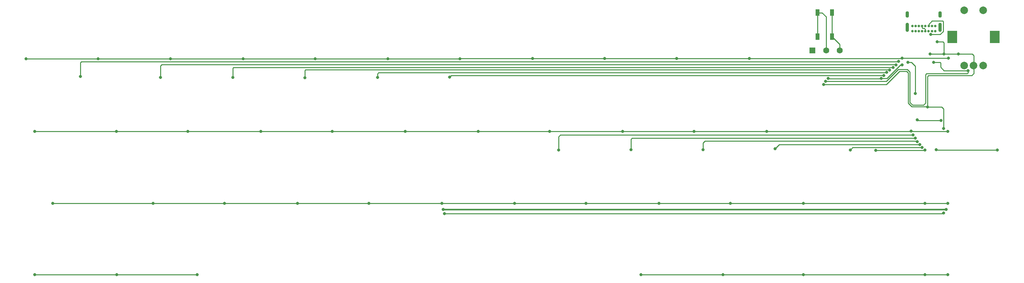
<source format=gtl>
G04 #@! TF.GenerationSoftware,KiCad,Pcbnew,(6.0.1)*
G04 #@! TF.CreationDate,2022-02-08T20:19:43+09:00*
G04 #@! TF.ProjectId,PCB_design_try,5043425f-6465-4736-9967-6e5f7472792e,rev?*
G04 #@! TF.SameCoordinates,Original*
G04 #@! TF.FileFunction,Copper,L1,Top*
G04 #@! TF.FilePolarity,Positive*
%FSLAX46Y46*%
G04 Gerber Fmt 4.6, Leading zero omitted, Abs format (unit mm)*
G04 Created by KiCad (PCBNEW (6.0.1)) date 2022-02-08 20:19:43*
%MOMM*%
%LPD*%
G01*
G04 APERTURE LIST*
G04 Aperture macros list*
%AMRoundRect*
0 Rectangle with rounded corners*
0 $1 Rounding radius*
0 $2 $3 $4 $5 $6 $7 $8 $9 X,Y pos of 4 corners*
0 Add a 4 corners polygon primitive as box body*
4,1,4,$2,$3,$4,$5,$6,$7,$8,$9,$2,$3,0*
0 Add four circle primitives for the rounded corners*
1,1,$1+$1,$2,$3*
1,1,$1+$1,$4,$5*
1,1,$1+$1,$6,$7*
1,1,$1+$1,$8,$9*
0 Add four rect primitives between the rounded corners*
20,1,$1+$1,$2,$3,$4,$5,0*
20,1,$1+$1,$4,$5,$6,$7,0*
20,1,$1+$1,$6,$7,$8,$9,0*
20,1,$1+$1,$8,$9,$2,$3,0*%
G04 Aperture macros list end*
G04 #@! TA.AperFunction,ComponentPad*
%ADD10C,0.650000*%
G04 #@! TD*
G04 #@! TA.AperFunction,ComponentPad*
%ADD11O,0.900000X1.700000*%
G04 #@! TD*
G04 #@! TA.AperFunction,ComponentPad*
%ADD12O,0.900000X2.400000*%
G04 #@! TD*
G04 #@! TA.AperFunction,SMDPad,CuDef*
%ADD13R,1.000000X1.700000*%
G04 #@! TD*
G04 #@! TA.AperFunction,ComponentPad*
%ADD14RoundRect,0.250000X-0.550000X-0.550000X0.550000X-0.550000X0.550000X0.550000X-0.550000X0.550000X0*%
G04 #@! TD*
G04 #@! TA.AperFunction,ComponentPad*
%ADD15C,1.600000*%
G04 #@! TD*
G04 #@! TA.AperFunction,ComponentPad*
%ADD16C,2.000000*%
G04 #@! TD*
G04 #@! TA.AperFunction,ComponentPad*
%ADD17R,2.500000X3.200000*%
G04 #@! TD*
G04 #@! TA.AperFunction,ViaPad*
%ADD18C,0.800000*%
G04 #@! TD*
G04 #@! TA.AperFunction,Conductor*
%ADD19C,0.250000*%
G04 #@! TD*
G04 #@! TA.AperFunction,Conductor*
%ADD20C,0.381000*%
G04 #@! TD*
G04 APERTURE END LIST*
D10*
X257375000Y-25456250D03*
X258225000Y-25456250D03*
X259075000Y-25456250D03*
X259925000Y-25456250D03*
X260775000Y-25456250D03*
X261625000Y-25456250D03*
X262475000Y-25456250D03*
X263325000Y-25456250D03*
X263330000Y-24131250D03*
X262480000Y-24131250D03*
X261630000Y-24131250D03*
X260780000Y-24131250D03*
X259930000Y-24131250D03*
X259080000Y-24131250D03*
X258230000Y-24131250D03*
X257375000Y-24131250D03*
D11*
X264675000Y-21096250D03*
D12*
X264675000Y-24476250D03*
X256025000Y-24476250D03*
D11*
X256025000Y-21096250D03*
D13*
X236166250Y-20593750D03*
X236166250Y-26893750D03*
X232366250Y-26893750D03*
X232366250Y-20593750D03*
D14*
X231026250Y-30553750D03*
D15*
X234626250Y-30553750D03*
X238226250Y-30553750D03*
D16*
X270946250Y-34513750D03*
X273446250Y-34513750D03*
X275946250Y-34513750D03*
D17*
X267846250Y-27013750D03*
X279046250Y-27013750D03*
D16*
X270946250Y-20013750D03*
X275946250Y-20013750D03*
D18*
X234525588Y-38663088D03*
X271976250Y-35883750D03*
X234010130Y-39544852D03*
X258151250Y-41888750D03*
X258601250Y-48868750D03*
X279691250Y-56828750D03*
X263607230Y-56728750D03*
X264847341Y-48988750D03*
X265571841Y-51144250D03*
X235171250Y-37917761D03*
X249113187Y-37932203D03*
X256181250Y-33718750D03*
X254611250Y-34358750D03*
X262202333Y-26339628D03*
X269501250Y-31488750D03*
X263856443Y-28275625D03*
X265644248Y-31468750D03*
X262036591Y-31490544D03*
X164231250Y-56798750D03*
X257558462Y-52869157D03*
X258122577Y-53694250D03*
X183251250Y-56748750D03*
X202221250Y-56718750D03*
X258638146Y-54579379D03*
X259279352Y-55346099D03*
X221201250Y-56498750D03*
X259861250Y-56158750D03*
X240981250Y-56808750D03*
X260661250Y-56848750D03*
X247731250Y-56883250D03*
X133855000Y-72487500D03*
X266201250Y-72478750D03*
X261308951Y-45446452D03*
X262921553Y-33730587D03*
X185855000Y-89687500D03*
X207455000Y-89687500D03*
X228655000Y-89687500D03*
X47855000Y-89687500D03*
X266655000Y-89687500D03*
X260655000Y-89687500D03*
X69055000Y-89687500D03*
X26255000Y-89687500D03*
X265581250Y-73438750D03*
X134180000Y-73587500D03*
X195331250Y-32668750D03*
X42941250Y-32768750D03*
X157331250Y-32668750D03*
X62031250Y-32768750D03*
X138231250Y-32768750D03*
X176331250Y-32668750D03*
X100131250Y-32768750D03*
X81131250Y-32768750D03*
X119231250Y-32768750D03*
X23971250Y-32768750D03*
X214431250Y-32668750D03*
X266831250Y-32568750D03*
X254621250Y-32558750D03*
X104631250Y-51868750D03*
X143031250Y-51868750D03*
X161831250Y-51868750D03*
X47831250Y-51868750D03*
X66631250Y-51868750D03*
X85831250Y-51868750D03*
X257021250Y-51788750D03*
X26255000Y-51868750D03*
X266631250Y-51868750D03*
X219031250Y-51868750D03*
X199831250Y-51868750D03*
X123831250Y-51868750D03*
X181031250Y-51868750D03*
X266655000Y-70887500D03*
X133455000Y-70887500D03*
X228655000Y-70887500D03*
X209455000Y-70887500D03*
X114255000Y-70887500D03*
X57455000Y-70887500D03*
X260655000Y-70887500D03*
X171455000Y-70887500D03*
X76255000Y-70887500D03*
X31055000Y-70887500D03*
X190655000Y-70887500D03*
X152655000Y-70887500D03*
X95455000Y-70887500D03*
X253721250Y-33478750D03*
X38351250Y-37438750D03*
X59381250Y-37658750D03*
X252996750Y-34347237D03*
X78441250Y-37688750D03*
X252272250Y-35088056D03*
X97421250Y-37728750D03*
X251351250Y-35740278D03*
X116571250Y-37658750D03*
X250565379Y-36357864D03*
X249821250Y-37173250D03*
X135521250Y-37598750D03*
D19*
X232366250Y-20593750D02*
X232366250Y-26893750D01*
X236166250Y-26893750D02*
X236166250Y-20593750D01*
X234626250Y-21703750D02*
X234626250Y-30553750D01*
X233585000Y-20662500D02*
X234626250Y-21703750D01*
X232256250Y-20662500D02*
X233585000Y-20662500D01*
X238226250Y-28953750D02*
X236166250Y-26893750D01*
X238226250Y-30553750D02*
X238226250Y-28953750D01*
X271976250Y-36463750D02*
X271976250Y-35883750D01*
X271760770Y-36679230D02*
X271976250Y-36463750D01*
X261080770Y-36679230D02*
X271760770Y-36679230D01*
X260859431Y-36900569D02*
X261080770Y-36679230D01*
X260859431Y-44400569D02*
X260859431Y-36900569D01*
X256690770Y-44242552D02*
X257407363Y-44959145D01*
X256690770Y-36278270D02*
X256690770Y-44242552D01*
X256011730Y-35599230D02*
X256690770Y-36278270D01*
X257407363Y-44959145D02*
X260300855Y-44959145D01*
X260300855Y-44959145D02*
X260859431Y-44400569D01*
X250532630Y-38663088D02*
X253596488Y-35599230D01*
X234525588Y-38663088D02*
X250532630Y-38663088D01*
X253596488Y-35599230D02*
X256011730Y-35599230D01*
X264633087Y-33730587D02*
X262921553Y-33730587D01*
X264786250Y-35003750D02*
X264786250Y-33883750D01*
X265666250Y-35883750D02*
X264786250Y-35003750D01*
X264786250Y-33883750D02*
X264633087Y-33730587D01*
X271976250Y-35883750D02*
X265666250Y-35883750D01*
X261271164Y-45408665D02*
X261308951Y-45446452D01*
X257221165Y-45408665D02*
X261271164Y-45408665D01*
X256241250Y-36498750D02*
X256241250Y-44428750D01*
X250452686Y-39528750D02*
X253932686Y-36048750D01*
X255791250Y-36048750D02*
X256241250Y-36498750D01*
X256241250Y-44428750D02*
X257221165Y-45408665D01*
X234026232Y-39528750D02*
X250452686Y-39528750D01*
X253932686Y-36048750D02*
X255791250Y-36048750D01*
X234010130Y-39544852D02*
X234026232Y-39528750D01*
X254201250Y-34358750D02*
X254611250Y-34358750D01*
X249127629Y-37917761D02*
X250642239Y-37917761D01*
X249113187Y-37932203D02*
X249127629Y-37917761D01*
X250642239Y-37917761D02*
X254201250Y-34358750D01*
X249067101Y-37978289D02*
X235231778Y-37978289D01*
X235231778Y-37978289D02*
X235171250Y-37917761D01*
X249113187Y-37932203D02*
X249067101Y-37978289D01*
X265041250Y-45478750D02*
X265571841Y-46009341D01*
X261341249Y-45478750D02*
X265041250Y-45478750D01*
X265571841Y-46009341D02*
X265571841Y-51144250D01*
X261308951Y-45446452D02*
X261341249Y-45478750D01*
X261308951Y-45446452D02*
X261226653Y-45528750D01*
X273531250Y-34228750D02*
X273491250Y-34188750D01*
X261621250Y-37128750D02*
X273011250Y-37128750D01*
X273011250Y-37128750D02*
X273531250Y-36608750D01*
X261308951Y-37441049D02*
X261621250Y-37128750D01*
X273531250Y-36608750D02*
X273531250Y-34228750D01*
X261308951Y-45446452D02*
X261308951Y-37441049D01*
X258151250Y-34748750D02*
X257121250Y-33718750D01*
X257121250Y-33718750D02*
X256181250Y-33718750D01*
X258151250Y-41888750D02*
X258151250Y-34748750D01*
X258601250Y-48868750D02*
X258721250Y-48988750D01*
X258721250Y-48988750D02*
X264847341Y-48988750D01*
X263707230Y-56828750D02*
X279691250Y-56828750D01*
X263607230Y-56728750D02*
X263707230Y-56828750D01*
X249801239Y-37193261D02*
X135926739Y-37193261D01*
X249821250Y-37173250D02*
X249801239Y-37193261D01*
X135926739Y-37193261D02*
X135521250Y-37598750D01*
X116571250Y-36708750D02*
X116571250Y-37658750D01*
X116831250Y-36448750D02*
X116571250Y-36708750D01*
X250565379Y-36357864D02*
X250474493Y-36448750D01*
X250474493Y-36448750D02*
X116831250Y-36448750D01*
X97421250Y-35828750D02*
X97421250Y-37728750D01*
X97621250Y-35628750D02*
X97421250Y-35828750D01*
X251351250Y-35740278D02*
X251239722Y-35628750D01*
X251239722Y-35628750D02*
X97621250Y-35628750D01*
X78441250Y-35228750D02*
X78441250Y-37688750D01*
X78654222Y-35015778D02*
X78441250Y-35228750D01*
X252199972Y-35015778D02*
X78654222Y-35015778D01*
X252272250Y-35088056D02*
X252199972Y-35015778D01*
X59381250Y-34668750D02*
X59381250Y-37658750D01*
X252940791Y-34291278D02*
X59758722Y-34291278D01*
X59758722Y-34291278D02*
X59381250Y-34668750D01*
X252996750Y-34347237D02*
X252940791Y-34291278D01*
X253701250Y-33498750D02*
X38601250Y-33498750D01*
X38601250Y-33498750D02*
X38351250Y-33748750D01*
X253721250Y-33478750D02*
X253701250Y-33498750D01*
X38351250Y-33748750D02*
X38351250Y-37438750D01*
X260081250Y-24718750D02*
X260471250Y-24718750D01*
X259930000Y-24567500D02*
X260081250Y-24718750D01*
X260471250Y-24718750D02*
X260775000Y-25022500D01*
X259930000Y-24131250D02*
X259930000Y-24567500D01*
X260775000Y-25022500D02*
X260775000Y-25456250D01*
X261630000Y-23671631D02*
X261630000Y-24131250D01*
X265449520Y-25550480D02*
X265449520Y-22937020D01*
X264660372Y-26339628D02*
X265449520Y-25550480D01*
X262202333Y-26339628D02*
X264660372Y-26339628D01*
X262542881Y-22758750D02*
X261630000Y-23671631D01*
X265271250Y-22758750D02*
X262542881Y-22758750D01*
X265449520Y-22937020D02*
X265271250Y-22758750D01*
X273491250Y-31898750D02*
X273491250Y-34188750D01*
X269501250Y-31488750D02*
X273081250Y-31488750D01*
X273081250Y-31488750D02*
X273491250Y-31898750D01*
X269481250Y-31468750D02*
X269501250Y-31488750D01*
X265644248Y-31468750D02*
X269481250Y-31468750D01*
X265644248Y-28501748D02*
X265644248Y-31468750D01*
X265401250Y-28258750D02*
X265644248Y-28501748D01*
X265361250Y-28258750D02*
X265401250Y-28258750D01*
X263856443Y-28275625D02*
X265344375Y-28275625D01*
X265344375Y-28275625D02*
X265361250Y-28258750D01*
X262058385Y-31468750D02*
X265644248Y-31468750D01*
X262036591Y-31490544D02*
X262058385Y-31468750D01*
X164231250Y-53308750D02*
X164670843Y-52869157D01*
X164670843Y-52869157D02*
X257558462Y-52869157D01*
X164231250Y-56798750D02*
X164231250Y-53308750D01*
X183545750Y-53694250D02*
X258122577Y-53694250D01*
X183251250Y-53988750D02*
X183545750Y-53694250D01*
X183251250Y-56748750D02*
X183251250Y-53988750D01*
X183251250Y-56748750D02*
X183051250Y-56548750D01*
X258477517Y-54418750D02*
X258638146Y-54579379D01*
X202221250Y-54958750D02*
X202761250Y-54418750D01*
X202761250Y-54418750D02*
X258477517Y-54418750D01*
X202221250Y-56718750D02*
X202221250Y-54958750D01*
X222333901Y-55346099D02*
X259279352Y-55346099D01*
X222311250Y-55368750D02*
X222333901Y-55346099D01*
X221201250Y-56498750D02*
X221201250Y-56478750D01*
X221201250Y-56478750D02*
X222311250Y-55368750D01*
X241631250Y-56158750D02*
X259861250Y-56158750D01*
X240981250Y-56808750D02*
X241631250Y-56158750D01*
X259546636Y-56868750D02*
X247745750Y-56868750D01*
X259561147Y-56883261D02*
X259546636Y-56868750D01*
X260626739Y-56883261D02*
X259561147Y-56883261D01*
X260661250Y-56848750D02*
X260626739Y-56883261D01*
X247745750Y-56868750D02*
X247731250Y-56883250D01*
D20*
X266192500Y-72487500D02*
X133855000Y-72487500D01*
X266201250Y-72478750D02*
X266192500Y-72487500D01*
D19*
X265581250Y-73438750D02*
X265432500Y-73587500D01*
X265432500Y-73587500D02*
X134180000Y-73587500D01*
X228655000Y-89687500D02*
X207455000Y-89687500D01*
X266655000Y-89687500D02*
X260655000Y-89687500D01*
X260655000Y-89687500D02*
X228655000Y-89687500D01*
X47855000Y-89687500D02*
X26255000Y-89687500D01*
X207455000Y-89687500D02*
X185855000Y-89687500D01*
X69055000Y-89687500D02*
X47855000Y-89687500D01*
X119231250Y-32768750D02*
X100131250Y-32768750D01*
X81131250Y-32768750D02*
X62031250Y-32768750D01*
X195331250Y-32668750D02*
X176331250Y-32668750D01*
X138231250Y-32668750D02*
X138231250Y-32768750D01*
X214431250Y-32668750D02*
X195331250Y-32668750D01*
X62031250Y-32768750D02*
X42941250Y-32768750D01*
X254621250Y-32558750D02*
X254631250Y-32568750D01*
X254631250Y-32568750D02*
X266831250Y-32568750D01*
X138231250Y-32768750D02*
X119231250Y-32768750D01*
X42941250Y-32768750D02*
X23971250Y-32768750D01*
X254621250Y-32558750D02*
X254511250Y-32668750D01*
X100131250Y-32768750D02*
X81131250Y-32768750D01*
X254511250Y-32668750D02*
X214431250Y-32668750D01*
X157331250Y-32668750D02*
X138231250Y-32668750D01*
X176331250Y-32668750D02*
X157331250Y-32668750D01*
X104631250Y-51868750D02*
X85831250Y-51868750D01*
X266631250Y-51868750D02*
X255831250Y-51868750D01*
X219031250Y-51868750D02*
X199831250Y-51868750D01*
X123831250Y-51868750D02*
X104631250Y-51868750D01*
X255831250Y-51868750D02*
X219031250Y-51868750D01*
X199831250Y-51868750D02*
X181031250Y-51868750D01*
X181031250Y-51868750D02*
X161831250Y-51868750D01*
X161831250Y-51868750D02*
X143031250Y-51868750D01*
X47831250Y-51868750D02*
X26255000Y-51868750D01*
X85831250Y-51868750D02*
X66631250Y-51868750D01*
X66631250Y-51868750D02*
X47831250Y-51868750D01*
X143031250Y-51868750D02*
X123831250Y-51868750D01*
X228655000Y-70887500D02*
X209455000Y-70887500D01*
X266655000Y-70887500D02*
X260655000Y-70887500D01*
X76255000Y-70887500D02*
X95455000Y-70887500D01*
X171455000Y-70887500D02*
X190655000Y-70887500D01*
X31055000Y-70887500D02*
X57455000Y-70887500D01*
X152655000Y-70887500D02*
X171455000Y-70887500D01*
X209455000Y-70887500D02*
X190655000Y-70887500D01*
X114255000Y-70887500D02*
X133455000Y-70887500D01*
X133455000Y-70887500D02*
X152655000Y-70887500D01*
X260655000Y-70887500D02*
X228655000Y-70887500D01*
X95455000Y-70887500D02*
X114255000Y-70887500D01*
X57455000Y-70887500D02*
X76255000Y-70887500D01*
M02*

</source>
